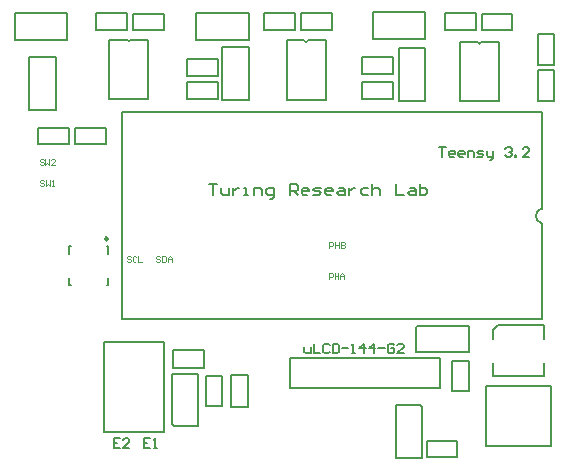
<source format=gto>
G04 Layer_Color=65535*
%FSLAX25Y25*%
%MOIN*%
G70*
G01*
G75*
%ADD29C,0.00787*%
%ADD30C,0.00984*%
%ADD31C,0.00689*%
%ADD32C,0.00394*%
D29*
X255455Y478803D02*
G03*
X256734Y478803I640J0D01*
G01*
X197679Y479295D02*
G03*
X198959Y479295I640J0D01*
G01*
X138624Y479591D02*
G03*
X139903Y479591I640J0D01*
G01*
X276715Y423374D02*
G03*
X276690Y418562I667J-2409D01*
G01*
X131063Y378937D02*
X151063D01*
X131063Y348937D02*
X151063D01*
X131063D02*
Y378937D01*
X151063Y348937D02*
Y378937D01*
Y359770D02*
Y378937D01*
X262205Y384449D02*
X277594D01*
X260630Y382874D02*
X262205Y384449D01*
X260630Y379921D02*
Y382874D01*
Y367520D02*
Y372047D01*
X277559Y367520D02*
Y372047D01*
Y379921D02*
Y384449D01*
X260630Y367520D02*
X277559D01*
X238484Y340453D02*
Y345965D01*
X248721D01*
Y340453D02*
Y345965D01*
X238484Y340453D02*
X248721D01*
X275484Y481461D02*
X280996D01*
Y471224D02*
Y481461D01*
X275484Y471224D02*
X280996D01*
X275484D02*
Y481461D01*
X227256Y468370D02*
Y473882D01*
X217020Y468370D02*
X227256D01*
X217020D02*
Y473882D01*
X227256D01*
X275484Y459217D02*
X280996D01*
X275484D02*
Y469453D01*
X280996D01*
Y459217D02*
Y469453D01*
X217020Y459905D02*
Y465417D01*
X227256D01*
Y459905D02*
Y465417D01*
X217020Y459905D02*
X227256D01*
X168791Y467681D02*
Y473193D01*
X158555Y467681D02*
X168791D01*
X158555D02*
Y473193D01*
X168791D01*
X158555Y460004D02*
Y465516D01*
X168791D01*
Y460004D02*
Y465516D01*
X158555Y460004D02*
X168791D01*
X267020Y482839D02*
Y488350D01*
X256784Y482839D02*
X267020D01*
X256784D02*
Y488350D01*
X267020D01*
X206783Y482937D02*
Y488449D01*
X196547Y482937D02*
X206783D01*
X196547D02*
Y488449D01*
X206783D01*
X150878Y482839D02*
Y488350D01*
X140642Y482839D02*
X150878D01*
X140642D02*
Y488350D01*
X150878D01*
X164862Y357480D02*
Y367717D01*
Y357480D02*
X170374D01*
Y367717D01*
X164862D02*
X170374D01*
X252461Y362402D02*
Y372638D01*
X246949D02*
X252461D01*
X246949Y362402D02*
Y372638D01*
Y362402D02*
X252461D01*
X121339Y444738D02*
X131575D01*
Y450250D01*
X121339D02*
X131575D01*
X121339Y444738D02*
Y450250D01*
X108929D02*
X119165D01*
X108929Y444738D02*
Y450250D01*
Y444738D02*
X119165D01*
Y450250D01*
X236910Y340354D02*
Y357185D01*
X236319Y357776D02*
X236910Y357185D01*
X228248Y357776D02*
X236319D01*
X228248Y340354D02*
X236910D01*
X228248D02*
Y357776D01*
X153740Y351476D02*
Y368307D01*
Y351476D02*
X154331Y350886D01*
X162401D01*
X153740Y368307D02*
X162401D01*
Y350886D02*
Y368307D01*
X235630Y384350D02*
X252461D01*
X235039Y383760D02*
X235630Y384350D01*
X235039Y375689D02*
Y383760D01*
X252461Y375689D02*
Y384350D01*
X235039Y375689D02*
X252461D01*
X244579Y482839D02*
Y488547D01*
X255012D01*
Y482839D02*
Y488547D01*
X244579Y482839D02*
X255012D01*
X184139D02*
Y488547D01*
X194572D01*
Y482839D02*
Y488547D01*
X184139Y482839D02*
X194572D01*
X128142D02*
Y488547D01*
X138575D01*
Y482839D02*
Y488547D01*
X128142Y482839D02*
X138575D01*
X173327Y357382D02*
Y367815D01*
Y357382D02*
X179035D01*
Y367815D01*
X173327D02*
X179035D01*
X153839Y376083D02*
X164272D01*
X153839Y370374D02*
Y376083D01*
Y370374D02*
X164272D01*
Y376083D01*
X229126Y459217D02*
X237984D01*
X229126D02*
Y476736D01*
X237984D01*
Y459217D02*
Y476736D01*
X179224Y459709D02*
Y477228D01*
X170366D02*
X179224D01*
X170366Y459709D02*
Y477228D01*
Y459709D02*
X179224D01*
X105996Y473882D02*
X114854D01*
Y456362D02*
Y473882D01*
X105996Y456362D02*
X114854D01*
X105996D02*
Y473882D01*
X220465Y479984D02*
X237984D01*
Y488842D01*
X220465D02*
X237984D01*
X220465Y479984D02*
Y488842D01*
X161705Y479689D02*
Y488547D01*
X179224D01*
Y479689D02*
Y488547D01*
X161705Y479689D02*
X179224D01*
X101181Y479626D02*
X118701D01*
Y488484D01*
X101181D02*
X118701D01*
X101181Y479626D02*
Y488484D01*
X249598Y459216D02*
Y478902D01*
Y459216D02*
X262591D01*
Y478902D01*
X256734D02*
X262591D01*
X249598D02*
X255455D01*
X191823Y479394D02*
X197679D01*
X198959D02*
X204815D01*
Y459709D02*
Y479394D01*
X191823Y459709D02*
X204815D01*
X191823D02*
Y479394D01*
X132768Y460004D02*
Y479689D01*
Y460004D02*
X145760D01*
Y479689D01*
X139903D02*
X145760D01*
X132768D02*
X138624D01*
X242795Y363504D02*
Y373504D01*
X192795Y363504D02*
X242795D01*
X192795Y373504D02*
X242795D01*
X192795Y363504D02*
Y373504D01*
X279823Y344390D02*
Y364075D01*
X258366Y344390D02*
Y364075D01*
Y344390D02*
X279823D01*
X258366Y364075D02*
X279823D01*
X136909Y386614D02*
X276772D01*
Y418405D01*
X136909Y455413D02*
X276772D01*
X136909Y386614D02*
Y455413D01*
X276772Y423327D02*
Y455413D01*
X131783Y410744D02*
X132276D01*
Y408284D02*
Y410744D01*
Y397752D02*
Y400213D01*
X131783Y397752D02*
X132276D01*
X119283D02*
X119776D01*
X119283D02*
Y400213D01*
Y410744D02*
X119776D01*
X119283Y408284D02*
Y410744D01*
X165945Y431692D02*
X168569D01*
X167257D01*
Y427756D01*
X169881Y430380D02*
Y428412D01*
X170537Y427756D01*
X172504D01*
Y430380D01*
X173816D02*
Y427756D01*
Y429068D01*
X174472Y429724D01*
X175128Y430380D01*
X175784D01*
X177752Y427756D02*
X179064D01*
X178408D01*
Y430380D01*
X177752D01*
X181032Y427756D02*
Y430380D01*
X183000D01*
X183656Y429724D01*
Y427756D01*
X186279Y426444D02*
X186935D01*
X187591Y427100D01*
Y430380D01*
X185624D01*
X184968Y429724D01*
Y428412D01*
X185624Y427756D01*
X187591D01*
X192839D02*
Y431692D01*
X194807D01*
X195463Y431036D01*
Y429724D01*
X194807Y429068D01*
X192839D01*
X194151D02*
X195463Y427756D01*
X198743D02*
X197431D01*
X196775Y428412D01*
Y429724D01*
X197431Y430380D01*
X198743D01*
X199399Y429724D01*
Y429068D01*
X196775D01*
X200711Y427756D02*
X202678D01*
X203334Y428412D01*
X202678Y429068D01*
X201366D01*
X200711Y429724D01*
X201366Y430380D01*
X203334D01*
X206614Y427756D02*
X205302D01*
X204646Y428412D01*
Y429724D01*
X205302Y430380D01*
X206614D01*
X207270Y429724D01*
Y429068D01*
X204646D01*
X209238Y430380D02*
X210550D01*
X211206Y429724D01*
Y427756D01*
X209238D01*
X208582Y428412D01*
X209238Y429068D01*
X211206D01*
X212518Y430380D02*
Y427756D01*
Y429068D01*
X213174Y429724D01*
X213830Y430380D01*
X214486D01*
X219077D02*
X217109D01*
X216454Y429724D01*
Y428412D01*
X217109Y427756D01*
X219077D01*
X220389Y431692D02*
Y427756D01*
Y429724D01*
X221045Y430380D01*
X222357D01*
X223013Y429724D01*
Y427756D01*
X228261Y431692D02*
Y427756D01*
X230885D01*
X232853Y430380D02*
X234164D01*
X234820Y429724D01*
Y427756D01*
X232853D01*
X232196Y428412D01*
X232853Y429068D01*
X234820D01*
X236132Y431692D02*
Y427756D01*
X238100D01*
X238756Y428412D01*
Y429068D01*
Y429724D01*
X238100Y430380D01*
X236132D01*
D30*
X132177Y413303D02*
G03*
X132177Y413303I-492J0D01*
G01*
D31*
X136253Y346751D02*
X134153D01*
Y343602D01*
X136253D01*
X134153Y345177D02*
X135203D01*
X139401Y343602D02*
X137302D01*
X139401Y345701D01*
Y346226D01*
X138876Y346751D01*
X137827D01*
X137302Y346226D01*
X242717Y443765D02*
X244816D01*
X243766D01*
Y440617D01*
X247439D02*
X246390D01*
X245865Y441141D01*
Y442191D01*
X246390Y442716D01*
X247439D01*
X247964Y442191D01*
Y441666D01*
X245865D01*
X250588Y440617D02*
X249538D01*
X249014Y441141D01*
Y442191D01*
X249538Y442716D01*
X250588D01*
X251113Y442191D01*
Y441666D01*
X249014D01*
X252162Y440617D02*
Y442716D01*
X253737D01*
X254261Y442191D01*
Y440617D01*
X255311D02*
X256885D01*
X257410Y441141D01*
X256885Y441666D01*
X255836D01*
X255311Y442191D01*
X255836Y442716D01*
X257410D01*
X258459D02*
Y441141D01*
X258984Y440617D01*
X260559D01*
Y440092D01*
X260034Y439567D01*
X259509D01*
X260559Y440617D02*
Y442716D01*
X264757Y443240D02*
X265281Y443765D01*
X266331D01*
X266856Y443240D01*
Y442716D01*
X266331Y442191D01*
X265806D01*
X266331D01*
X266856Y441666D01*
Y441141D01*
X266331Y440617D01*
X265281D01*
X264757Y441141D01*
X267905Y440617D02*
Y441141D01*
X268430D01*
Y440617D01*
X267905D01*
X272628D02*
X270529D01*
X272628Y442716D01*
Y443240D01*
X272103Y443765D01*
X271054D01*
X270529Y443240D01*
X197736Y377296D02*
Y375722D01*
X198261Y375197D01*
X199835D01*
Y377296D01*
X200885Y378345D02*
Y375197D01*
X202984D01*
X206133Y377821D02*
X205608Y378345D01*
X204558D01*
X204033Y377821D01*
Y375722D01*
X204558Y375197D01*
X205608D01*
X206133Y375722D01*
X207182Y378345D02*
Y375197D01*
X208756D01*
X209281Y375722D01*
Y377821D01*
X208756Y378345D01*
X207182D01*
X210331Y376771D02*
X212430D01*
X213479Y375197D02*
X214529D01*
X214004D01*
Y378345D01*
X213479Y377821D01*
X217677Y375197D02*
Y378345D01*
X216103Y376771D01*
X218202D01*
X220826Y375197D02*
Y378345D01*
X219252Y376771D01*
X221351D01*
X222400D02*
X224499D01*
X227648Y377821D02*
X227123Y378345D01*
X226074D01*
X225549Y377821D01*
Y375722D01*
X226074Y375197D01*
X227123D01*
X227648Y375722D01*
Y376771D01*
X226598D01*
X230796Y375197D02*
X228697D01*
X230796Y377296D01*
Y377821D01*
X230272Y378345D01*
X229222D01*
X228697Y377821D01*
X146390Y346751D02*
X144291D01*
Y343602D01*
X146390D01*
X144291Y345177D02*
X145341D01*
X147440Y343602D02*
X148489D01*
X147965D01*
Y346751D01*
X147440Y346226D01*
D32*
X110977Y432545D02*
X110649Y432873D01*
X109993D01*
X109665Y432545D01*
Y432217D01*
X109993Y431889D01*
X110649D01*
X110977Y431561D01*
Y431234D01*
X110649Y430905D01*
X109993D01*
X109665Y431234D01*
X111633Y432873D02*
Y430905D01*
X112289Y431561D01*
X112945Y430905D01*
Y432873D01*
X113601Y430905D02*
X114257D01*
X113929D01*
Y432873D01*
X113601Y432545D01*
X110780Y439534D02*
X110452Y439861D01*
X109796D01*
X109468Y439534D01*
Y439206D01*
X109796Y438878D01*
X110452D01*
X110780Y438550D01*
Y438222D01*
X110452Y437894D01*
X109796D01*
X109468Y438222D01*
X111436Y439861D02*
Y437894D01*
X112092Y438550D01*
X112748Y437894D01*
Y439861D01*
X114716Y437894D02*
X113404D01*
X114716Y439206D01*
Y439534D01*
X114388Y439861D01*
X113732D01*
X113404Y439534D01*
X149540Y407250D02*
X149212Y407578D01*
X148556D01*
X148228Y407250D01*
Y406922D01*
X148556Y406594D01*
X149212D01*
X149540Y406266D01*
Y405938D01*
X149212Y405610D01*
X148556D01*
X148228Y405938D01*
X150196Y407578D02*
Y405610D01*
X151180D01*
X151508Y405938D01*
Y407250D01*
X151180Y407578D01*
X150196D01*
X152164Y405610D02*
Y406922D01*
X152820Y407578D01*
X153476Y406922D01*
Y405610D01*
Y406594D01*
X152164D01*
X139796Y407348D02*
X139468Y407677D01*
X138812D01*
X138484Y407348D01*
Y407021D01*
X138812Y406693D01*
X139468D01*
X139796Y406365D01*
Y406037D01*
X139468Y405709D01*
X138812D01*
X138484Y406037D01*
X141764Y407348D02*
X141436Y407677D01*
X140780D01*
X140452Y407348D01*
Y406037D01*
X140780Y405709D01*
X141436D01*
X141764Y406037D01*
X142420Y407677D02*
Y405709D01*
X143732D01*
X205807Y400000D02*
Y401968D01*
X206791D01*
X207119Y401640D01*
Y400984D01*
X206791Y400656D01*
X205807D01*
X207775Y401968D02*
Y400000D01*
Y400984D01*
X209087D01*
Y401968D01*
Y400000D01*
X209743D02*
Y401312D01*
X210399Y401968D01*
X211055Y401312D01*
Y400000D01*
Y400984D01*
X209743D01*
X205906Y410138D02*
Y412106D01*
X206889D01*
X207217Y411778D01*
Y411122D01*
X206889Y410794D01*
X205906D01*
X207873Y412106D02*
Y410138D01*
Y411122D01*
X209185D01*
Y412106D01*
Y410138D01*
X209841Y412106D02*
Y410138D01*
X210825D01*
X211153Y410466D01*
Y410794D01*
X210825Y411122D01*
X209841D01*
X210825D01*
X211153Y411450D01*
Y411778D01*
X210825Y412106D01*
X209841D01*
M02*

</source>
